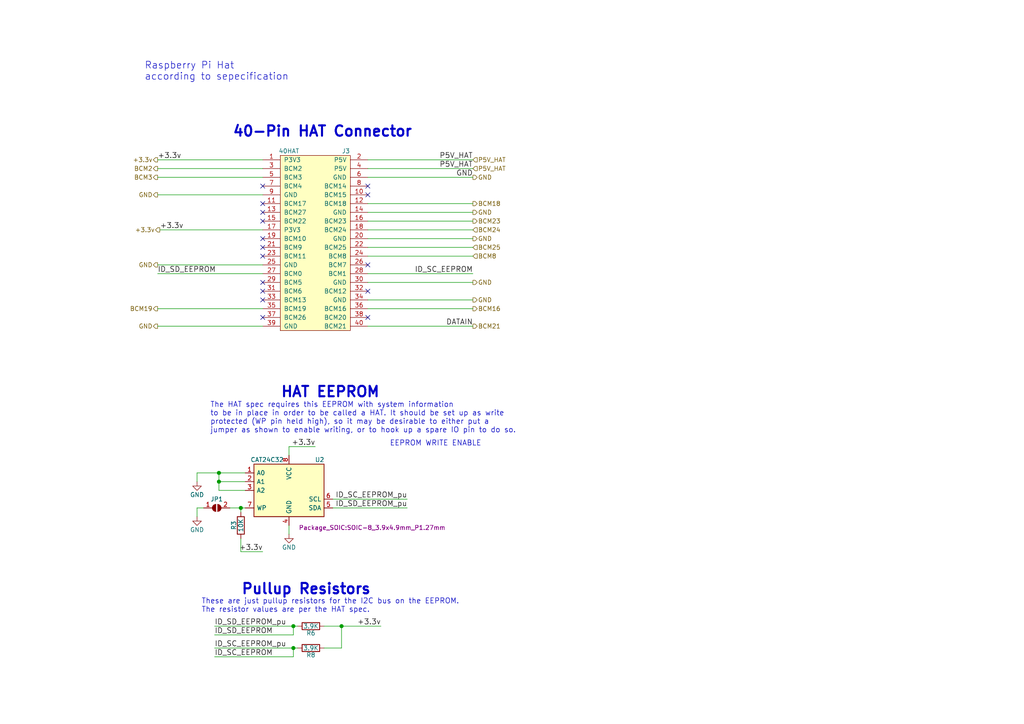
<source format=kicad_sch>
(kicad_sch (version 20210406) (generator eeschema)
  (paper "A4")
  (lib_symbols
    (symbol "CarPiPowerHat:CAT24C32" (pin_names (offset 0.762))
      (property "Reference" "U" (at -8.89 8.89 0))
      (property "Value" "CAT24C32" (at 6.35 8.89 0))
      (symbol "CAT24C32_0_0"
        (pin power_in line (at 0 -10.16 90) (length 2.54) (name "GND") (number "4"))
        (pin power_in line (at 0 10.16 270) (length 2.54) (name "VCC") (number "8"))
      )
      (symbol "CAT24C32_1_1"
        (rectangle (start -10.16 -7.62) (end 10.16 7.62) (stroke (width 0.254)) (fill (type background)))
        (pin input line (at -12.7 5.08 0) (length 2.54) (name "A0") (number "1"))
        (pin input line (at -12.7 2.54 0) (length 2.54) (name "A1") (number "2"))
        (pin input line (at -12.7 0 0) (length 2.54) (name "A2") (number "3"))
        (pin bidirectional line (at 12.7 -5.08 180) (length 2.54) (name "SDA") (number "5"))
        (pin input line (at 12.7 -2.54 180) (length 2.54) (name "SCL") (number "6"))
        (pin input line (at -12.7 -5.08 0) (length 2.54) (name "WP") (number "7"))
      )
    )
    (symbol "CarPiPowerHat:OX40HAT" (pin_names (offset 1.016))
      (property "Reference" "J" (at 8.89 2.54 0))
      (property "Value" "OX40HAT" (at -7.62 2.54 0))
      (symbol "OX40HAT_0_1"
        (rectangle (start -10.16 1.27) (end 10.16 -49.53) (fill (type background)))
      )
      (symbol "OX40HAT_1_1"
        (pin bidirectional line (at -15.24 0 0) (length 5.08) (name "P3V3") (number "1"))
        (pin bidirectional line (at 15.24 -10.16 180) (length 5.08) (name "BCM15") (number "10"))
        (pin bidirectional line (at -15.24 -12.7 0) (length 5.08) (name "BCM17") (number "11"))
        (pin bidirectional line (at 15.24 -12.7 180) (length 5.08) (name "BCM18") (number "12"))
        (pin bidirectional line (at -15.24 -15.24 0) (length 5.08) (name "BCM27") (number "13"))
        (pin bidirectional line (at 15.24 -15.24 180) (length 5.08) (name "GND") (number "14"))
        (pin bidirectional line (at -15.24 -17.78 0) (length 5.08) (name "BCM22") (number "15"))
        (pin bidirectional line (at 15.24 -17.78 180) (length 5.08) (name "BCM23") (number "16"))
        (pin bidirectional line (at -15.24 -20.32 0) (length 5.08) (name "P3V3") (number "17"))
        (pin bidirectional line (at 15.24 -20.32 180) (length 5.08) (name "BCM24") (number "18"))
        (pin bidirectional line (at -15.24 -22.86 0) (length 5.08) (name "BCM10") (number "19"))
        (pin bidirectional line (at 15.24 0 180) (length 5.08) (name "P5V") (number "2"))
        (pin bidirectional line (at 15.24 -22.86 180) (length 5.08) (name "GND") (number "20"))
        (pin bidirectional line (at -15.24 -25.4 0) (length 5.08) (name "BCM9") (number "21"))
        (pin bidirectional line (at 15.24 -25.4 180) (length 5.08) (name "BCM25") (number "22"))
        (pin bidirectional line (at -15.24 -27.94 0) (length 5.08) (name "BCM11") (number "23"))
        (pin bidirectional line (at 15.24 -27.94 180) (length 5.08) (name "BCM8") (number "24"))
        (pin bidirectional line (at -15.24 -30.48 0) (length 5.08) (name "GND") (number "25"))
        (pin bidirectional line (at 15.24 -30.48 180) (length 5.08) (name "BCM7") (number "26"))
        (pin bidirectional line (at -15.24 -33.02 0) (length 5.08) (name "BCM0") (number "27"))
        (pin bidirectional line (at 15.24 -33.02 180) (length 5.08) (name "BCM1") (number "28"))
        (pin bidirectional line (at -15.24 -35.56 0) (length 5.08) (name "BCM5") (number "29"))
        (pin bidirectional line (at -15.24 -2.54 0) (length 5.08) (name "BCM2") (number "3"))
        (pin bidirectional line (at 15.24 -35.56 180) (length 5.08) (name "GND") (number "30"))
        (pin bidirectional line (at -15.24 -38.1 0) (length 5.08) (name "BCM6") (number "31"))
        (pin bidirectional line (at 15.24 -38.1 180) (length 5.08) (name "BCM12") (number "32"))
        (pin bidirectional line (at -15.24 -40.64 0) (length 5.08) (name "BCM13") (number "33"))
        (pin bidirectional line (at 15.24 -40.64 180) (length 5.08) (name "GND") (number "34"))
        (pin bidirectional line (at -15.24 -43.18 0) (length 5.08) (name "BCM19") (number "35"))
        (pin bidirectional line (at 15.24 -43.18 180) (length 5.08) (name "BCM16") (number "36"))
        (pin bidirectional line (at -15.24 -45.72 0) (length 5.08) (name "BCM26") (number "37"))
        (pin bidirectional line (at 15.24 -45.72 180) (length 5.08) (name "BCM20") (number "38"))
        (pin bidirectional line (at -15.24 -48.26 0) (length 5.08) (name "GND") (number "39"))
        (pin bidirectional line (at 15.24 -2.54 180) (length 5.08) (name "P5V") (number "4"))
        (pin bidirectional line (at 15.24 -48.26 180) (length 5.08) (name "BCM21") (number "40"))
        (pin bidirectional line (at -15.24 -5.08 0) (length 5.08) (name "BCM3") (number "5"))
        (pin bidirectional line (at 15.24 -5.08 180) (length 5.08) (name "GND") (number "6"))
        (pin bidirectional line (at -15.24 -7.62 0) (length 5.08) (name "BCM4") (number "7"))
        (pin bidirectional line (at 15.24 -7.62 180) (length 5.08) (name "BCM14") (number "8"))
        (pin bidirectional line (at -15.24 -10.16 0) (length 5.08) (name "GND") (number "9"))
      )
    )
    (symbol "Device:R" (pin_numbers hide) (pin_names (offset 0))
      (property "Reference" "R" (at 2.032 0 90))
      (property "Value" "R" (at 0 0 90))
      (symbol "R_0_1"
        (rectangle (start -1.016 -2.54) (end 1.016 2.54) (stroke (width 0.254)))
      )
      (symbol "R_1_1"
        (pin passive line (at 0 3.81 270) (length 1.27) (name "~") (number "1"))
        (pin passive line (at 0 -3.81 90) (length 1.27) (name "~") (number "2"))
      )
    )
    (symbol "Jumper:SolderJumper_2_Open" (pin_names (offset 0) hide)
      (property "Reference" "JP" (at 0 2.032 0))
      (property "Value" "SolderJumper_2_Open" (at 0 -2.54 0))
      (symbol "SolderJumper_2_Open_0_1"
        (arc (start -0.254 1.016) (end -0.254 -1.016) (radius (at -0.254 0) (length 1.016) (angles 90.1 -90.1)))
        (arc (start 0.254 -1.016) (end 0.254 1.016) (radius (at 0.254 0) (length 1.016) (angles -89.9 89.9)))
        (arc (start -0.254 1.016) (end -0.254 -1.016) (radius (at -0.254 0) (length 1.016) (angles 90.1 -90.1)) (fill (type outline)))
        (arc (start 0.254 -1.016) (end 0.254 1.016) (radius (at 0.254 0) (length 1.016) (angles -89.9 89.9)) (fill (type outline)))
        (polyline (pts (xy -0.254 1.016) (xy -0.254 -1.016)))
        (polyline (pts (xy 0.254 1.016) (xy 0.254 -1.016)))
      )
      (symbol "SolderJumper_2_Open_1_1"
        (pin passive line (at -3.81 0 0) (length 2.54) (name "A") (number "1"))
        (pin passive line (at 3.81 0 180) (length 2.54) (name "B") (number "2"))
      )
    )
    (symbol "power:GND" (power) (pin_names (offset 0))
      (property "Value" "GND" (at 0 -3.81 0))
      (symbol "GND_0_1"
        (polyline (pts (xy 0 0) (xy 0 -1.27) (xy 1.27 -1.27) (xy 0 -2.54) (xy -1.27 -1.27) (xy 0 -1.27)))
      )
      (symbol "GND_1_1"
        (pin power_in line (at 0 0 270) (length 0) hide (name "GND") (number "1"))
      )
    )
  )
  (junction (at 63.5 137.16) (diameter 1.016))
  (junction (at 63.5 139.7) (diameter 1.016))
  (junction (at 69.85 147.32) (diameter 1.016))
  (junction (at 85.09 181.61) (diameter 1.016))
  (junction (at 85.09 187.96) (diameter 1.016))
  (junction (at 99.06 181.61) (diameter 1.016))
  (no_connect (at 76.2 53.975))
  (no_connect (at 76.2 59.055))
  (no_connect (at 76.2 61.595))
  (no_connect (at 76.2 64.135))
  (no_connect (at 76.2 69.215))
  (no_connect (at 76.2 71.755))
  (no_connect (at 76.2 74.295))
  (no_connect (at 76.2 81.915))
  (no_connect (at 76.2 84.455))
  (no_connect (at 76.2 86.995))
  (no_connect (at 76.2 92.075))
  (no_connect (at 106.68 53.975))
  (no_connect (at 106.68 56.515))
  (no_connect (at 106.68 76.835))
  (no_connect (at 106.68 84.455))
  (no_connect (at 106.68 92.075))
  (wire (pts (xy 45.72 46.355) (xy 76.2 46.355)))
  (wire (pts (xy 45.72 48.895) (xy 76.2 48.895)))
  (wire (pts (xy 45.72 89.535) (xy 76.2 89.535)))
  (wire (pts (xy 57.15 137.16) (xy 57.15 139.7)))
  (wire (pts (xy 57.15 137.16) (xy 63.5 137.16)))
  (wire (pts (xy 57.15 147.32) (xy 59.055 147.32)))
  (wire (pts (xy 57.15 149.86) (xy 57.15 147.32)))
  (wire (pts (xy 62.23 181.61) (xy 85.09 181.61)))
  (wire (pts (xy 62.23 187.96) (xy 85.09 187.96)))
  (wire (pts (xy 63.5 137.16) (xy 63.5 139.7)))
  (wire (pts (xy 63.5 137.16) (xy 71.12 137.16)))
  (wire (pts (xy 63.5 139.7) (xy 63.5 142.24)))
  (wire (pts (xy 63.5 142.24) (xy 71.12 142.24)))
  (wire (pts (xy 66.675 147.32) (xy 69.85 147.32)))
  (wire (pts (xy 69.85 147.32) (xy 69.85 148.59)))
  (wire (pts (xy 69.85 147.32) (xy 71.12 147.32)))
  (wire (pts (xy 69.85 160.02) (xy 69.85 156.21)))
  (wire (pts (xy 71.12 139.7) (xy 63.5 139.7)))
  (wire (pts (xy 76.2 51.435) (xy 45.72 51.435)))
  (wire (pts (xy 76.2 56.515) (xy 45.72 56.515)))
  (wire (pts (xy 76.2 66.675) (xy 46.355 66.675)))
  (wire (pts (xy 76.2 76.835) (xy 45.72 76.835)))
  (wire (pts (xy 76.2 79.375) (xy 45.72 79.375)))
  (wire (pts (xy 76.2 94.615) (xy 45.72 94.615)))
  (wire (pts (xy 76.2 160.02) (xy 69.85 160.02)))
  (wire (pts (xy 83.82 129.54) (xy 83.82 132.08)))
  (wire (pts (xy 83.82 129.54) (xy 91.44 129.54)))
  (wire (pts (xy 83.82 152.4) (xy 83.82 154.94)))
  (wire (pts (xy 85.09 181.61) (xy 86.36 181.61)))
  (wire (pts (xy 85.09 184.15) (xy 62.23 184.15)))
  (wire (pts (xy 85.09 184.15) (xy 85.09 181.61)))
  (wire (pts (xy 85.09 187.96) (xy 86.36 187.96)))
  (wire (pts (xy 85.09 190.5) (xy 62.23 190.5)))
  (wire (pts (xy 85.09 190.5) (xy 85.09 187.96)))
  (wire (pts (xy 93.98 181.61) (xy 99.06 181.61)))
  (wire (pts (xy 96.52 144.78) (xy 118.11 144.78)))
  (wire (pts (xy 99.06 181.61) (xy 110.49 181.61)))
  (wire (pts (xy 99.06 187.96) (xy 93.98 187.96)))
  (wire (pts (xy 99.06 187.96) (xy 99.06 181.61)))
  (wire (pts (xy 106.68 46.355) (xy 137.16 46.355)))
  (wire (pts (xy 106.68 48.895) (xy 137.16 48.895)))
  (wire (pts (xy 106.68 51.435) (xy 137.16 51.435)))
  (wire (pts (xy 106.68 59.055) (xy 137.16 59.055)))
  (wire (pts (xy 106.68 61.595) (xy 137.16 61.595)))
  (wire (pts (xy 106.68 64.135) (xy 137.16 64.135)))
  (wire (pts (xy 106.68 66.675) (xy 137.16 66.675)))
  (wire (pts (xy 106.68 69.215) (xy 137.16 69.215)))
  (wire (pts (xy 106.68 71.755) (xy 137.16 71.755)))
  (wire (pts (xy 106.68 74.295) (xy 137.16 74.295)))
  (wire (pts (xy 106.68 79.375) (xy 137.16 79.375)))
  (wire (pts (xy 106.68 81.915) (xy 137.16 81.915)))
  (wire (pts (xy 106.68 86.995) (xy 137.16 86.995)))
  (wire (pts (xy 106.68 89.535) (xy 137.16 89.535)))
  (wire (pts (xy 106.68 94.615) (xy 137.16 94.615)))
  (wire (pts (xy 118.11 147.32) (xy 96.52 147.32)))
  (text "Raspberry Pi Hat\naccording to sepecification" (at 41.91 23.495 0) (effects (font (size 2.007 2.007)) (justify left bottom)))
  (text "These are just pullup resistors for the I2C bus on the EEPROM.\nThe resistor values are per the HAT spec." (at 58.42 177.8 0) (effects (font (size 1.524 1.524)) (justify left bottom)))
  (text "The HAT spec requires this EEPROM with system information\nto be in place in order to be called a HAT. It should be set up as write\nprotected (WP pin held high), so it may be desirable to either put a \njumper as shown to enable writing, or to hook up a spare IO pin to do so." (at 60.96 125.73 0) (effects (font (size 1.524 1.524)) (justify left bottom)))
  (text "40-Pin HAT Connector" (at 67.31 40.005 0) (effects (font (size 2.9972 2.9972) (thickness 0.5994) bold) (justify left bottom)))
  (text "Pullup Resistors" (at 69.85 172.72 0) (effects (font (size 2.9972 2.9972) (thickness 0.5994) bold) (justify left bottom)))
  (text "HAT EEPROM" (at 81.28 115.57 0) (effects (font (size 2.9972 2.9972) (thickness 0.5994) bold) (justify left bottom)))
  (text "EEPROM WRITE ENABLE" (at 113.03 129.54 0) (effects (font (size 1.524 1.524)) (justify left bottom)))
  (label "+3.3v" (at 45.72 46.355 0) (effects (font (size 1.524 1.524))))
  (label "ID_SD_EEPROM" (at 45.72 79.375 0) (effects (font (size 1.524 1.524))))
  (label "+3.3v" (at 46.355 66.675 0) (effects (font (size 1.524 1.524))))
  (label "ID_SD_EEPROM_pu" (at 62.23 181.61 0) (effects (font (size 1.524 1.524))))
  (label "ID_SD_EEPROM" (at 62.23 184.15 0) (effects (font (size 1.524 1.524))))
  (label "ID_SC_EEPROM_pu" (at 62.23 187.96 0) (effects (font (size 1.524 1.524))))
  (label "ID_SC_EEPROM" (at 62.23 190.5 0) (effects (font (size 1.524 1.524))))
  (label "+3.3v" (at 76.2 160.02 180) (effects (font (size 1.524 1.524))))
  (label "+3.3v" (at 91.44 129.54 180) (effects (font (size 1.524 1.524))))
  (label "+3.3v" (at 110.49 181.61 180) (effects (font (size 1.524 1.524))))
  (label "ID_SC_EEPROM_pu" (at 118.11 144.78 180) (effects (font (size 1.524 1.524))))
  (label "ID_SD_EEPROM_pu" (at 118.11 147.32 180) (effects (font (size 1.524 1.524))))
  (label "P5V_HAT" (at 137.16 46.355 180) (effects (font (size 1.524 1.524))))
  (label "P5V_HAT" (at 137.16 48.895 180) (effects (font (size 1.524 1.524))))
  (label "GND" (at 137.16 51.435 180) (effects (font (size 1.524 1.524))))
  (label "ID_SC_EEPROM" (at 137.16 79.375 180) (effects (font (size 1.524 1.524))))
  (label "DATAIN" (at 137.16 94.615 180) (effects (font (size 1.5113 1.5113))))
  (hierarchical_label "+3.3v" (shape output) (at 45.72 46.355 180))
  (hierarchical_label "BCM2" (shape output) (at 45.72 48.895 180))
  (hierarchical_label "BCM3" (shape output) (at 45.72 51.435 180))
  (hierarchical_label "GND" (shape output) (at 45.72 56.515 180))
  (hierarchical_label "GND" (shape output) (at 45.72 76.835 180))
  (hierarchical_label "BCM19" (shape output) (at 45.72 89.535 180))
  (hierarchical_label "GND" (shape output) (at 45.72 94.615 180))
  (hierarchical_label "+3.3v" (shape output) (at 46.355 66.675 180))
  (hierarchical_label "P5V_HAT" (shape input) (at 137.16 46.355 0))
  (hierarchical_label "P5V_HAT" (shape input) (at 137.16 48.895 0))
  (hierarchical_label "GND" (shape output) (at 137.16 51.435 0))
  (hierarchical_label "BCM18" (shape output) (at 137.16 59.055 0))
  (hierarchical_label "GND" (shape output) (at 137.16 61.595 0))
  (hierarchical_label "BCM23" (shape output) (at 137.16 64.135 0))
  (hierarchical_label "BCM24" (shape input) (at 137.16 66.675 0))
  (hierarchical_label "GND" (shape output) (at 137.16 69.215 0))
  (hierarchical_label "BCM25" (shape input) (at 137.16 71.755 0))
  (hierarchical_label "BCM8" (shape input) (at 137.16 74.295 0))
  (hierarchical_label "GND" (shape output) (at 137.16 81.915 0))
  (hierarchical_label "GND" (shape output) (at 137.16 86.995 0))
  (hierarchical_label "BCM16" (shape output) (at 137.16 89.535 0))
  (hierarchical_label "BCM21" (shape output) (at 137.16 94.615 0))
  (symbol (lib_id "power:GND") (at 57.15 139.7 0) (unit 1)
    (property "Reference" "#PWR0122" (effects hide))
    (property "Value" "GND" (at 57.15 143.51 0))
  )
  (symbol (lib_id "power:GND") (at 57.15 149.86 0) (unit 1)
    (property "Reference" "#PWR0123" (effects hide))
    (property "Value" "GND" (at 57.15 153.67 0))
  )
  (symbol (lib_id "power:GND") (at 83.82 154.94 0) (unit 1)
    (property "Reference" "#PWR0149" (effects hide))
    (property "Value" "GND" (at 83.82 158.75 0))
  )
  (symbol (lib_id "Jumper:SolderJumper_2_Open") (at 62.865 147.32 0) (unit 1)
    (property "Reference" "JP1" (at 62.865 144.78 0))
    (property "Value" "SolderJumper_2_Open" (effects hide))
    (property "Footprint" "Jumper:SolderJumper-2_P1.3mm_Open_RoundedPad1.0x1.5mm" (effects hide))
  )
  (symbol (lib_id "Device:R") (at 69.85 152.4 180) (unit 1)
    (property "Reference" "R3" (at 67.818 152.4 90))
    (property "Value" "10K" (at 69.85 152.4 90))
    (property "Footprint" "Resistor_SMD:R_0603_1608Metric" (effects hide))
    (property "LCSC" " C25804" (effects hide))
  )
  (symbol (lib_id "Device:R") (at 90.17 181.61 270) (unit 1)
    (property "Reference" "R6" (at 90.17 183.642 90))
    (property "Value" "3.9K" (at 90.17 181.61 90))
    (property "Footprint" "Resistor_SMD:R_0603_1608Metric" (effects hide))
    (property "LCSC" "C22978" (effects hide))
  )
  (symbol (lib_id "Device:R") (at 90.17 187.96 270) (unit 1)
    (property "Reference" "R8" (at 90.17 189.992 90))
    (property "Value" "3.9K" (at 90.17 187.96 90))
    (property "Footprint" "Resistor_SMD:R_0603_1608Metric" (effects hide))
    (property "LCSC" "C22978" (effects hide))
  )
  (symbol (lib_id "CarPiPowerHat:CAT24C32") (at 83.82 142.24 0) (unit 1)
    (property "Reference" "U2" (at 92.71 133.35 0))
    (property "Value" "CAT24C32" (at 77.47 133.35 0))
    (property "Footprint" "Package_SOIC:SOIC-8_3.9x4.9mm_P1.27mm" (at 107.95 153.035 0))
  )
  (symbol (lib_id "CarPiPowerHat:OX40HAT") (at 91.44 46.355 0) (unit 1)
    (property "Reference" "J3" (at 100.33 43.815 0))
    (property "Value" "40HAT" (at 83.82 43.815 0))
    (property "Footprint" "Connector_PinSocket_2.54mm:PinSocket_2x20_P2.54mm_Vertical" (effects hide))
  )
)
</source>
